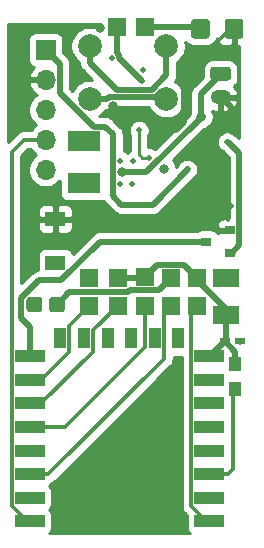
<source format=gbr>
G04 #@! TF.GenerationSoftware,KiCad,Pcbnew,(5.1.9)-1*
G04 #@! TF.CreationDate,2021-03-01T14:16:03+01:00*
G04 #@! TF.ProjectId,button timer v1.2.3_[Coin_Cell&LIPO][TPL5111],62757474-6f6e-4207-9469-6d6572207631,rev?*
G04 #@! TF.SameCoordinates,Original*
G04 #@! TF.FileFunction,Copper,L1,Top*
G04 #@! TF.FilePolarity,Positive*
%FSLAX46Y46*%
G04 Gerber Fmt 4.6, Leading zero omitted, Abs format (unit mm)*
G04 Created by KiCad (PCBNEW (5.1.9)-1) date 2021-03-01 14:16:03*
%MOMM*%
%LPD*%
G01*
G04 APERTURE LIST*
G04 #@! TA.AperFunction,SMDPad,CuDef*
%ADD10R,2.250000X1.650000*%
G04 #@! TD*
G04 #@! TA.AperFunction,SMDPad,CuDef*
%ADD11R,2.500000X1.000000*%
G04 #@! TD*
G04 #@! TA.AperFunction,SMDPad,CuDef*
%ADD12R,1.000000X1.800000*%
G04 #@! TD*
G04 #@! TA.AperFunction,ComponentPad*
%ADD13O,1.750000X1.200000*%
G04 #@! TD*
G04 #@! TA.AperFunction,SMDPad,CuDef*
%ADD14R,2.794000X1.778000*%
G04 #@! TD*
G04 #@! TA.AperFunction,SMDPad,CuDef*
%ADD15R,0.900000X0.620000*%
G04 #@! TD*
G04 #@! TA.AperFunction,SMDPad,CuDef*
%ADD16R,0.900000X0.800000*%
G04 #@! TD*
G04 #@! TA.AperFunction,SMDPad,CuDef*
%ADD17R,1.000000X1.200000*%
G04 #@! TD*
G04 #@! TA.AperFunction,SMDPad,CuDef*
%ADD18R,1.700000X1.300000*%
G04 #@! TD*
G04 #@! TA.AperFunction,ComponentPad*
%ADD19C,2.000000*%
G04 #@! TD*
G04 #@! TA.AperFunction,ComponentPad*
%ADD20O,1.700000X1.700000*%
G04 #@! TD*
G04 #@! TA.AperFunction,ComponentPad*
%ADD21R,1.700000X1.700000*%
G04 #@! TD*
G04 #@! TA.AperFunction,SMDPad,CuDef*
%ADD22R,1.500000X1.500000*%
G04 #@! TD*
G04 #@! TA.AperFunction,ViaPad*
%ADD23C,0.500000*%
G04 #@! TD*
G04 #@! TA.AperFunction,ViaPad*
%ADD24C,0.800000*%
G04 #@! TD*
G04 #@! TA.AperFunction,Conductor*
%ADD25C,0.500000*%
G04 #@! TD*
G04 #@! TA.AperFunction,Conductor*
%ADD26C,0.350000*%
G04 #@! TD*
G04 #@! TA.AperFunction,Conductor*
%ADD27C,0.250000*%
G04 #@! TD*
G04 #@! TA.AperFunction,Conductor*
%ADD28C,0.254000*%
G04 #@! TD*
G04 #@! TA.AperFunction,Conductor*
%ADD29C,0.150000*%
G04 #@! TD*
G04 APERTURE END LIST*
D10*
G04 #@! TO.P,C6,2*
G04 #@! TO.N,/GND*
X134726680Y-73006280D03*
G04 #@! TO.P,C6,1*
G04 #@! TO.N,/VCC*
X134726680Y-76106280D03*
G04 #@! TD*
D11*
G04 #@! TO.P,X1,22*
G04 #@! TO.N,/TX*
X118100000Y-93600000D03*
G04 #@! TO.P,X1,21*
G04 #@! TO.N,/RX*
X118100000Y-91600000D03*
G04 #@! TO.P,X1,20*
G04 #@! TO.N,/GPIO5*
X118100000Y-89600000D03*
G04 #@! TO.P,X1,19*
G04 #@! TO.N,/GPIO4*
X118100000Y-87600000D03*
G04 #@! TO.P,X1,18*
G04 #@! TO.N,/GPIO0*
X118100000Y-85600000D03*
G04 #@! TO.P,X1,17*
G04 #@! TO.N,/GPIO2*
X118100000Y-83600000D03*
G04 #@! TO.P,X1,16*
G04 #@! TO.N,/GPIO15*
X118100000Y-81600000D03*
G04 #@! TO.P,X1,15*
G04 #@! TO.N,/GND_ESP*
X118100000Y-79600000D03*
D12*
G04 #@! TO.P,X1,14*
G04 #@! TO.N,N/C*
X120700000Y-78100000D03*
G04 #@! TO.P,X1,13*
X122700000Y-78100000D03*
G04 #@! TO.P,X1,12*
X124700000Y-78100000D03*
G04 #@! TO.P,X1,11*
X126700000Y-78100000D03*
G04 #@! TO.P,X1,10*
X128700000Y-78100000D03*
G04 #@! TO.P,X1,9*
X130700000Y-78100000D03*
D11*
G04 #@! TO.P,X1,8*
G04 #@! TO.N,/VCC*
X133300000Y-79600000D03*
G04 #@! TO.P,X1,7*
G04 #@! TO.N,N/C*
X133300000Y-81600000D03*
G04 #@! TO.P,X1,6*
X133300000Y-83600000D03*
G04 #@! TO.P,X1,5*
X133300000Y-85600000D03*
G04 #@! TO.P,X1,4*
X133300000Y-87600000D03*
G04 #@! TO.P,X1,3*
G04 #@! TO.N,/EN*
X133300000Y-89600000D03*
G04 #@! TO.P,X1,2*
G04 #@! TO.N,N/C*
X133300000Y-91600000D03*
G04 #@! TO.P,X1,1*
G04 #@! TO.N,/RST*
X133300000Y-93600000D03*
G04 #@! TD*
G04 #@! TO.P,D2,2*
G04 #@! TO.N,Net-(D2-Pad2)*
G04 #@! TA.AperFunction,SMDPad,CuDef*
G36*
G01*
X119756200Y-75634801D02*
X119756200Y-74834799D01*
G75*
G02*
X120006199Y-74584800I249999J0D01*
G01*
X120831201Y-74584800D01*
G75*
G02*
X121081200Y-74834799I0J-249999D01*
G01*
X121081200Y-75634801D01*
G75*
G02*
X120831201Y-75884800I-249999J0D01*
G01*
X120006199Y-75884800D01*
G75*
G02*
X119756200Y-75634801I0J249999D01*
G01*
G37*
G04 #@! TD.AperFunction*
G04 #@! TO.P,D2,1*
G04 #@! TO.N,/GND*
G04 #@! TA.AperFunction,SMDPad,CuDef*
G36*
G01*
X117831200Y-75634801D02*
X117831200Y-74834799D01*
G75*
G02*
X118081199Y-74584800I249999J0D01*
G01*
X118906201Y-74584800D01*
G75*
G02*
X119156200Y-74834799I0J-249999D01*
G01*
X119156200Y-75634801D01*
G75*
G02*
X118906201Y-75884800I-249999J0D01*
G01*
X118081199Y-75884800D01*
G75*
G02*
X117831200Y-75634801I0J249999D01*
G01*
G37*
G04 #@! TD.AperFunction*
G04 #@! TD*
G04 #@! TO.P,D1,2*
G04 #@! TO.N,Net-(D1-Pad2)*
G04 #@! TA.AperFunction,SMDPad,CuDef*
G36*
G01*
X133357400Y-51317200D02*
X133357400Y-52467200D01*
G75*
G02*
X133107400Y-52717200I-250000J0D01*
G01*
X132007400Y-52717200D01*
G75*
G02*
X131757400Y-52467200I0J250000D01*
G01*
X131757400Y-51317200D01*
G75*
G02*
X132007400Y-51067200I250000J0D01*
G01*
X133107400Y-51067200D01*
G75*
G02*
X133357400Y-51317200I0J-250000D01*
G01*
G37*
G04 #@! TD.AperFunction*
G04 #@! TO.P,D1,1*
G04 #@! TO.N,/GND*
G04 #@! TA.AperFunction,SMDPad,CuDef*
G36*
G01*
X136207400Y-51317200D02*
X136207400Y-52467200D01*
G75*
G02*
X135957400Y-52717200I-250000J0D01*
G01*
X134857400Y-52717200D01*
G75*
G02*
X134607400Y-52467200I0J250000D01*
G01*
X134607400Y-51317200D01*
G75*
G02*
X134857400Y-51067200I250000J0D01*
G01*
X135957400Y-51067200D01*
G75*
G02*
X136207400Y-51317200I0J-250000D01*
G01*
G37*
G04 #@! TD.AperFunction*
G04 #@! TD*
D13*
G04 #@! TO.P,BT2,2*
G04 #@! TO.N,/GND*
X134269480Y-57686960D03*
G04 #@! TO.P,BT2,1*
G04 #@! TO.N,Net-(BT1-Pad1)*
G04 #@! TA.AperFunction,ComponentPad*
G36*
G01*
X133644479Y-55086960D02*
X134894481Y-55086960D01*
G75*
G02*
X135144480Y-55336959I0J-249999D01*
G01*
X135144480Y-56036961D01*
G75*
G02*
X134894481Y-56286960I-249999J0D01*
G01*
X133644479Y-56286960D01*
G75*
G02*
X133394480Y-56036961I0J249999D01*
G01*
X133394480Y-55336959D01*
G75*
G02*
X133644479Y-55086960I249999J0D01*
G01*
G37*
G04 #@! TD.AperFunction*
G04 #@! TD*
D14*
G04 #@! TO.P,L1,1*
G04 #@! TO.N,Net-(BT1-Pad1)*
X122670000Y-61414000D03*
G04 #@! TO.P,L1,2*
G04 #@! TO.N,Net-(L1-Pad2)*
X122670000Y-64970000D03*
G04 #@! TD*
D15*
G04 #@! TO.P,C7,2*
G04 #@! TO.N,/GND*
X135925320Y-78359000D03*
G04 #@! TO.P,C7,1*
G04 #@! TO.N,/VCC*
X134625320Y-78359000D03*
G04 #@! TD*
D16*
G04 #@! TO.P,Q1,3*
G04 #@! TO.N,/GND_ESP*
X133048500Y-69913500D03*
G04 #@! TO.P,Q1,2*
G04 #@! TO.N,/GND*
X135048500Y-68963500D03*
G04 #@! TO.P,Q1,1*
G04 #@! TO.N,Net-(Q1-Pad1)*
X135048500Y-70863500D03*
G04 #@! TD*
D17*
G04 #@! TO.P,R1,2*
G04 #@! TO.N,/VCC*
X135509000Y-80264000D03*
G04 #@! TO.P,R1,1*
G04 #@! TO.N,/EN*
X135509000Y-82364000D03*
G04 #@! TD*
D18*
G04 #@! TO.P,SW2,2*
G04 #@! TO.N,/GND*
X120269000Y-68000000D03*
G04 #@! TO.P,SW2,1*
G04 #@! TO.N,/GPIO0*
X120269000Y-71700000D03*
G04 #@! TD*
D19*
G04 #@! TO.P,SW1,1*
G04 #@! TO.N,Net-(BT1-Pad1)*
X129690000Y-53340000D03*
G04 #@! TO.P,SW1,2*
G04 #@! TO.N,Net-(R6-Pad2)*
X129690000Y-57840000D03*
G04 #@! TO.P,SW1,1*
G04 #@! TO.N,Net-(BT1-Pad1)*
X123190000Y-53340000D03*
G04 #@! TO.P,SW1,2*
G04 #@! TO.N,Net-(R6-Pad2)*
X123190000Y-57840000D03*
G04 #@! TD*
D20*
G04 #@! TO.P,J1,5*
G04 #@! TO.N,/RST*
X119456200Y-63830200D03*
G04 #@! TO.P,J1,4*
G04 #@! TO.N,/TX*
X119456200Y-61290200D03*
G04 #@! TO.P,J1,3*
G04 #@! TO.N,/RX*
X119456200Y-58750200D03*
G04 #@! TO.P,J1,2*
G04 #@! TO.N,/GND*
X119456200Y-56210200D03*
D21*
G04 #@! TO.P,J1,1*
G04 #@! TO.N,/VCC*
X119456200Y-53670200D03*
G04 #@! TD*
D22*
G04 #@! TO.P,R9,2*
G04 #@! TO.N,/GPIO5*
X130100000Y-75350000D03*
G04 #@! TO.P,R9,1*
G04 #@! TO.N,Net-(D2-Pad2)*
X130100000Y-72950000D03*
G04 #@! TD*
G04 #@! TO.P,R6,2*
G04 #@! TO.N,Net-(R6-Pad2)*
X125505360Y-51699160D03*
G04 #@! TO.P,R6,1*
G04 #@! TO.N,Net-(D1-Pad2)*
X127905360Y-51699160D03*
G04 #@! TD*
G04 #@! TO.P,R5,2*
G04 #@! TO.N,/GPIO15*
X123150000Y-75375000D03*
G04 #@! TO.P,R5,1*
G04 #@! TO.N,/GND*
X123150000Y-72975000D03*
G04 #@! TD*
G04 #@! TO.P,R4,2*
G04 #@! TO.N,/GPIO0*
X127850000Y-75325000D03*
G04 #@! TO.P,R4,1*
G04 #@! TO.N,/VCC*
X127850000Y-72925000D03*
G04 #@! TD*
G04 #@! TO.P,R3,2*
G04 #@! TO.N,/RST*
X132257800Y-75368000D03*
G04 #@! TO.P,R3,1*
G04 #@! TO.N,/VCC*
X132257800Y-72968000D03*
G04 #@! TD*
G04 #@! TO.P,R2,2*
G04 #@! TO.N,/GPIO2*
X125550000Y-75350000D03*
G04 #@! TO.P,R2,1*
G04 #@! TO.N,/VCC*
X125550000Y-72950000D03*
G04 #@! TD*
D23*
G04 #@! TO.N,/VCC*
X131454360Y-63770640D03*
D24*
X134726680Y-76106280D03*
G04 #@! TO.N,/GND*
X120225000Y-68050000D03*
D23*
X123225000Y-72875000D03*
X118425000Y-75275000D03*
X135075000Y-69000000D03*
X135050000Y-72950000D03*
X134200000Y-72975000D03*
X135900000Y-78450000D03*
X130500000Y-60500000D03*
X135150000Y-66925000D03*
X133900000Y-61450000D03*
X135500000Y-51925000D03*
X125075000Y-54400000D03*
X127700000Y-55400000D03*
D24*
X125200000Y-58400000D03*
D23*
X135125000Y-59225000D03*
D24*
X125780800Y-93419200D03*
D23*
X126759720Y-94456000D03*
X125759720Y-94456000D03*
X124759720Y-94456000D03*
X126759720Y-93456000D03*
X124759720Y-93456000D03*
X126759720Y-92456000D03*
X125759720Y-92456000D03*
X124759720Y-92456000D03*
X130950000Y-56075000D03*
D24*
X124075000Y-51800000D03*
G04 #@! TO.N,/RST*
X133330000Y-93670000D03*
X132200400Y-75425400D03*
G04 #@! TO.N,/RX*
X117875000Y-91550000D03*
D23*
G04 #@! TO.N,/GPIO0*
X120275000Y-71725000D03*
X127850000Y-75325000D03*
D24*
G04 #@! TO.N,Net-(BT1-Pad1)*
X123450000Y-61350000D03*
X121800000Y-61350000D03*
D23*
X125749720Y-65046000D03*
X126749720Y-65046000D03*
X126830000Y-63100000D03*
X125749720Y-63046000D03*
X126749720Y-64046000D03*
D24*
X132650000Y-59350000D03*
X125899729Y-64009200D03*
G04 #@! TO.N,Net-(L1-Pad2)*
X123225000Y-65050000D03*
X121950000Y-65000000D03*
X129484080Y-63770640D03*
G04 #@! TO.N,/GPIO4*
X118150000Y-87550000D03*
D23*
G04 #@! TO.N,Net-(R6-Pad2)*
X127650000Y-56300000D03*
G04 #@! TO.N,/GND_ESP*
X117375000Y-79575000D03*
X118750000Y-79625000D03*
X118100000Y-79600000D03*
G04 #@! TO.N,Net-(Q1-Pad1)*
X128250000Y-62800000D03*
X127375000Y-60500000D03*
X134833400Y-61467400D03*
G04 #@! TD*
D25*
G04 #@! TO.N,/VCC*
X134726680Y-78257640D02*
X134625320Y-78359000D01*
X134726680Y-76106280D02*
X134726680Y-78257640D01*
X133384320Y-79600000D02*
X134625320Y-78359000D01*
X133300000Y-79600000D02*
X133384320Y-79600000D01*
X135509000Y-79242680D02*
X134625320Y-78359000D01*
X135509000Y-80264000D02*
X135509000Y-79242680D01*
X127825000Y-72950000D02*
X127850000Y-72925000D01*
X125550000Y-72950000D02*
X127825000Y-72950000D01*
X131139799Y-71849999D02*
X132257800Y-72968000D01*
X128925001Y-71849999D02*
X131139799Y-71849999D01*
X127850000Y-72925000D02*
X128925001Y-71849999D01*
X120656201Y-57304203D02*
X123526997Y-60174999D01*
X120656201Y-54870201D02*
X120656201Y-57304203D01*
X123526997Y-60174999D02*
X124524999Y-60174999D01*
X119456200Y-53670200D02*
X120656201Y-54870201D01*
X124524999Y-60174999D02*
X125175000Y-60825000D01*
X125149719Y-62757999D02*
X125149719Y-66049719D01*
X125175000Y-62732718D02*
X125149719Y-62757999D01*
X125175000Y-60825000D02*
X125175000Y-62732718D01*
X125149719Y-66049719D02*
X125875000Y-66775000D01*
X125875000Y-66775000D02*
X128525000Y-66775000D01*
X128525000Y-66775000D02*
X131500000Y-63800000D01*
X132257800Y-73117402D02*
X132257800Y-72968000D01*
X134726680Y-75586282D02*
X132257800Y-73117402D01*
X134726680Y-76106280D02*
X134726680Y-76106280D01*
X134726680Y-76106280D02*
X134726680Y-75586282D01*
D26*
G04 #@! TO.N,/GND*
X135500000Y-51925000D02*
X135100000Y-51925000D01*
X135100000Y-51925000D02*
X130950000Y-56075000D01*
X130950000Y-56075000D02*
X130950000Y-56075000D01*
D25*
X133900000Y-60450000D02*
X135125000Y-59225000D01*
X133900000Y-61450000D02*
X133900000Y-60450000D01*
X135125000Y-58542480D02*
X134269480Y-57686960D01*
X135125000Y-59225000D02*
X135125000Y-58542480D01*
X131199999Y-56324999D02*
X130950000Y-56075000D01*
X131199999Y-59800001D02*
X131199999Y-56324999D01*
X130500000Y-60500000D02*
X131199999Y-59800001D01*
D26*
G04 #@! TO.N,/RST*
X133124998Y-93670000D02*
X133330000Y-93670000D01*
X131774999Y-75850801D02*
X131774999Y-92320001D01*
X131774999Y-92320001D02*
X133124998Y-93670000D01*
X132257800Y-75368000D02*
X132200400Y-75425400D01*
X132200400Y-75425400D02*
X131774999Y-75850801D01*
G04 #@! TO.N,/TX*
X116574999Y-92299999D02*
X116574999Y-62324999D01*
X117875000Y-93600000D02*
X116574999Y-92299999D01*
X117609798Y-61290200D02*
X119456200Y-61290200D01*
X116574999Y-62324999D02*
X117609798Y-61290200D01*
X118100000Y-93600000D02*
X117875000Y-93600000D01*
G04 #@! TO.N,/EN*
X134900000Y-89600000D02*
X133300000Y-89600000D01*
X135310990Y-89189010D02*
X134900000Y-89600000D01*
X135310990Y-82562010D02*
X135310990Y-89189010D01*
X135509000Y-82364000D02*
X135310990Y-82562010D01*
G04 #@! TO.N,/GPIO2*
X119095002Y-83600000D02*
X118100000Y-83600000D01*
X123475001Y-79220001D02*
X119095002Y-83600000D01*
X123475001Y-77424999D02*
X123475001Y-79220001D01*
X125550000Y-75350000D02*
X123475001Y-77424999D01*
G04 #@! TO.N,/GPIO0*
X121095002Y-85600000D02*
X118100000Y-85600000D01*
X127850000Y-78845002D02*
X121095002Y-85600000D01*
X127850000Y-75325000D02*
X127850000Y-75325000D01*
X127850000Y-75325000D02*
X127850000Y-78845002D01*
D25*
G04 #@! TO.N,Net-(BT1-Pad1)*
X132575000Y-57381440D02*
X132575000Y-59425000D01*
X132575000Y-59425000D02*
X132650000Y-59350000D01*
X134269480Y-55686960D02*
X132575000Y-57381440D01*
X132650000Y-59350000D02*
X132750000Y-59250000D01*
X128482010Y-57049988D02*
X129690000Y-55841998D01*
X123190000Y-53340000D02*
X123190000Y-54754213D01*
X125485775Y-57049988D02*
X128482010Y-57049988D01*
X123190000Y-54754213D02*
X125485775Y-57049988D01*
X129690000Y-55841998D02*
X129690000Y-53340000D01*
X132575000Y-59425000D02*
X127990800Y-64009200D01*
X127990800Y-64009200D02*
X125899729Y-64009200D01*
D26*
G04 #@! TO.N,/GPIO15*
X119095002Y-81600000D02*
X118100000Y-81600000D01*
X121475001Y-79220001D02*
X119095002Y-81600000D01*
X121475001Y-77049999D02*
X121475001Y-79220001D01*
X123150000Y-75375000D02*
X121475001Y-77049999D01*
D25*
G04 #@! TO.N,Net-(D2-Pad2)*
X121453500Y-74200000D02*
X120418700Y-75234800D01*
X126430002Y-74200000D02*
X121453500Y-74200000D01*
X126605001Y-74025001D02*
X126430002Y-74200000D01*
X129024999Y-74025001D02*
X126605001Y-74025001D01*
X130100000Y-72950000D02*
X129024999Y-74025001D01*
D26*
G04 #@! TO.N,/GPIO5*
X119700000Y-89600000D02*
X118100000Y-89600000D01*
X129475001Y-79824999D02*
X119700000Y-89600000D01*
X129475001Y-75974999D02*
X129475001Y-79824999D01*
X130100000Y-75350000D02*
X129475001Y-75974999D01*
D25*
G04 #@! TO.N,Net-(D1-Pad2)*
X132364360Y-51699160D02*
X132557400Y-51892200D01*
X127905360Y-51699160D02*
X132364360Y-51699160D01*
G04 #@! TO.N,Net-(R6-Pad2)*
X125675001Y-54325001D02*
X127650000Y-56300000D01*
X125675001Y-54111999D02*
X125675001Y-54325001D01*
X125505360Y-53942358D02*
X125675001Y-54111999D01*
X125505360Y-51699160D02*
X125505360Y-53942358D01*
X129499999Y-57649999D02*
X129690000Y-57840000D01*
X124839999Y-57649999D02*
X129499999Y-57649999D01*
X123190000Y-57840000D02*
X124649998Y-57840000D01*
X124649998Y-57840000D02*
X124839999Y-57649999D01*
G04 #@! TO.N,/GND_ESP*
X118100000Y-79600000D02*
X118100000Y-79600000D01*
X124081498Y-69913500D02*
X133048500Y-69913500D01*
X120794998Y-73200000D02*
X124081498Y-69913500D01*
X118867454Y-73200000D02*
X120794998Y-73200000D01*
X117350000Y-74717454D02*
X118867454Y-73200000D01*
X117350000Y-76400000D02*
X117350000Y-74717454D01*
X118100000Y-77150000D02*
X117350000Y-76400000D01*
X118100000Y-79600000D02*
X118100000Y-77150000D01*
D27*
G04 #@! TO.N,Net-(Q1-Pad1)*
X128250000Y-62800000D02*
X127650000Y-62800000D01*
X127650000Y-62800000D02*
X127375000Y-62525000D01*
X127375000Y-62525000D02*
X127375000Y-60500000D01*
X127375000Y-60500000D02*
X127375000Y-60450000D01*
D25*
X135048500Y-70863500D02*
X135211500Y-70863500D01*
X135848501Y-70226499D02*
X135848501Y-62423501D01*
X135211500Y-70863500D02*
X135848501Y-70226499D01*
X135848501Y-62423501D02*
X134925000Y-61500000D01*
G04 #@! TD*
D28*
G04 #@! TO.N,/GND*
X130965000Y-92280203D02*
X130961080Y-92320001D01*
X130976720Y-92478788D01*
X131023037Y-92631474D01*
X131098250Y-92772190D01*
X131122485Y-92801720D01*
X131199472Y-92895529D01*
X131230382Y-92920896D01*
X131411928Y-93102442D01*
X131411928Y-94100000D01*
X131424188Y-94224482D01*
X131460498Y-94344180D01*
X131519463Y-94454494D01*
X131598815Y-94551185D01*
X131680079Y-94617877D01*
X119736237Y-94604487D01*
X119801185Y-94551185D01*
X119880537Y-94454494D01*
X119939502Y-94344180D01*
X119975812Y-94224482D01*
X119988072Y-94100000D01*
X119988072Y-93100000D01*
X119975812Y-92975518D01*
X119939502Y-92855820D01*
X119880537Y-92745506D01*
X119801185Y-92648815D01*
X119741704Y-92600000D01*
X119801185Y-92551185D01*
X119880537Y-92454494D01*
X119939502Y-92344180D01*
X119975812Y-92224482D01*
X119988072Y-92100000D01*
X119988072Y-91100000D01*
X119975812Y-90975518D01*
X119939502Y-90855820D01*
X119880537Y-90745506D01*
X119801185Y-90648815D01*
X119741704Y-90600000D01*
X119801185Y-90551185D01*
X119880537Y-90454494D01*
X119920608Y-90379527D01*
X120011473Y-90351963D01*
X120152189Y-90276749D01*
X120275528Y-90175528D01*
X120300900Y-90144612D01*
X130019613Y-80425899D01*
X130050529Y-80400527D01*
X130126893Y-80307477D01*
X130151750Y-80277189D01*
X130215302Y-80158290D01*
X130226964Y-80136472D01*
X130273281Y-79983787D01*
X130285001Y-79864790D01*
X130285001Y-79864787D01*
X130288920Y-79824999D01*
X130285001Y-79785211D01*
X130285001Y-79638072D01*
X130964999Y-79638072D01*
X130965000Y-92280203D01*
G04 #@! TA.AperFunction,Conductor*
D29*
G36*
X130965000Y-92280203D02*
G01*
X130961080Y-92320001D01*
X130976720Y-92478788D01*
X131023037Y-92631474D01*
X131098250Y-92772190D01*
X131122485Y-92801720D01*
X131199472Y-92895529D01*
X131230382Y-92920896D01*
X131411928Y-93102442D01*
X131411928Y-94100000D01*
X131424188Y-94224482D01*
X131460498Y-94344180D01*
X131519463Y-94454494D01*
X131598815Y-94551185D01*
X131680079Y-94617877D01*
X119736237Y-94604487D01*
X119801185Y-94551185D01*
X119880537Y-94454494D01*
X119939502Y-94344180D01*
X119975812Y-94224482D01*
X119988072Y-94100000D01*
X119988072Y-93100000D01*
X119975812Y-92975518D01*
X119939502Y-92855820D01*
X119880537Y-92745506D01*
X119801185Y-92648815D01*
X119741704Y-92600000D01*
X119801185Y-92551185D01*
X119880537Y-92454494D01*
X119939502Y-92344180D01*
X119975812Y-92224482D01*
X119988072Y-92100000D01*
X119988072Y-91100000D01*
X119975812Y-90975518D01*
X119939502Y-90855820D01*
X119880537Y-90745506D01*
X119801185Y-90648815D01*
X119741704Y-90600000D01*
X119801185Y-90551185D01*
X119880537Y-90454494D01*
X119920608Y-90379527D01*
X120011473Y-90351963D01*
X120152189Y-90276749D01*
X120275528Y-90175528D01*
X120300900Y-90144612D01*
X130019613Y-80425899D01*
X130050529Y-80400527D01*
X130126893Y-80307477D01*
X130151750Y-80277189D01*
X130215302Y-80158290D01*
X130226964Y-80136472D01*
X130273281Y-79983787D01*
X130285001Y-79864790D01*
X130285001Y-79864787D01*
X130288920Y-79824999D01*
X130285001Y-79785211D01*
X130285001Y-79638072D01*
X130964999Y-79638072D01*
X130965000Y-92280203D01*
G37*
G04 #@! TD.AperFunction*
D28*
X135840000Y-78322101D02*
X135778320Y-78260421D01*
X135778320Y-78232000D01*
X135798320Y-78232000D01*
X135798320Y-78212000D01*
X135840000Y-78212000D01*
X135840000Y-78322101D01*
G04 #@! TA.AperFunction,Conductor*
D29*
G36*
X135840000Y-78322101D02*
G01*
X135778320Y-78260421D01*
X135778320Y-78232000D01*
X135798320Y-78232000D01*
X135798320Y-78212000D01*
X135840000Y-78212000D01*
X135840000Y-78322101D01*
G37*
G04 #@! TD.AperFunction*
D28*
X118620700Y-75107800D02*
X118640700Y-75107800D01*
X118640700Y-75361800D01*
X118620700Y-75361800D01*
X118620700Y-75381800D01*
X118366700Y-75381800D01*
X118366700Y-75361800D01*
X118346700Y-75361800D01*
X118346700Y-75107800D01*
X118366700Y-75107800D01*
X118366700Y-75087800D01*
X118620700Y-75087800D01*
X118620700Y-75107800D01*
G04 #@! TA.AperFunction,Conductor*
D29*
G36*
X118620700Y-75107800D02*
G01*
X118640700Y-75107800D01*
X118640700Y-75361800D01*
X118620700Y-75361800D01*
X118620700Y-75381800D01*
X118366700Y-75381800D01*
X118366700Y-75361800D01*
X118346700Y-75361800D01*
X118346700Y-75107800D01*
X118366700Y-75107800D01*
X118366700Y-75087800D01*
X118620700Y-75087800D01*
X118620700Y-75107800D01*
G37*
G04 #@! TD.AperFunction*
D28*
X135534400Y-51765200D02*
X135554400Y-51765200D01*
X135554400Y-52019200D01*
X135534400Y-52019200D01*
X135534400Y-53193450D01*
X135693150Y-53352200D01*
X135840000Y-53353077D01*
X135840000Y-61163422D01*
X135520046Y-60843468D01*
X135419059Y-60760590D01*
X135265313Y-60678412D01*
X135175332Y-60651116D01*
X135091545Y-60616410D01*
X134920565Y-60582400D01*
X134746235Y-60582400D01*
X134575255Y-60616410D01*
X134414195Y-60683123D01*
X134269245Y-60779976D01*
X134145976Y-60903245D01*
X134049123Y-61048195D01*
X133982410Y-61209255D01*
X133948400Y-61380235D01*
X133948400Y-61554565D01*
X133982410Y-61725545D01*
X134049123Y-61886605D01*
X134145976Y-62031555D01*
X134269245Y-62154824D01*
X134414195Y-62251677D01*
X134432809Y-62259387D01*
X134963502Y-62790081D01*
X134963501Y-67928500D01*
X134921498Y-67928500D01*
X134921498Y-68087248D01*
X134762750Y-67928500D01*
X134598500Y-67925428D01*
X134474018Y-67937688D01*
X134354320Y-67973998D01*
X134244006Y-68032963D01*
X134147315Y-68112315D01*
X134067963Y-68209006D01*
X134008998Y-68319320D01*
X133972688Y-68439018D01*
X133960428Y-68563500D01*
X133963500Y-68677750D01*
X134122250Y-68836500D01*
X134921500Y-68836500D01*
X134921500Y-68816500D01*
X134963501Y-68816500D01*
X134963501Y-69110500D01*
X134921500Y-69110500D01*
X134921500Y-69090500D01*
X134122250Y-69090500D01*
X134037643Y-69175107D01*
X134029037Y-69159006D01*
X133949685Y-69062315D01*
X133852994Y-68982963D01*
X133742680Y-68923998D01*
X133622982Y-68887688D01*
X133498500Y-68875428D01*
X132598500Y-68875428D01*
X132474018Y-68887688D01*
X132354320Y-68923998D01*
X132244006Y-68982963D01*
X132188519Y-69028500D01*
X124124967Y-69028500D01*
X124081498Y-69024219D01*
X124038029Y-69028500D01*
X124038021Y-69028500D01*
X123908008Y-69041305D01*
X123741185Y-69091911D01*
X123676941Y-69126250D01*
X123587439Y-69174089D01*
X123486451Y-69256968D01*
X123486449Y-69256970D01*
X123452681Y-69284683D01*
X123424968Y-69318451D01*
X121751365Y-70992054D01*
X121744812Y-70925518D01*
X121708502Y-70805820D01*
X121649537Y-70695506D01*
X121570185Y-70598815D01*
X121473494Y-70519463D01*
X121363180Y-70460498D01*
X121243482Y-70424188D01*
X121119000Y-70411928D01*
X119419000Y-70411928D01*
X119294518Y-70424188D01*
X119174820Y-70460498D01*
X119064506Y-70519463D01*
X118967815Y-70598815D01*
X118888463Y-70695506D01*
X118829498Y-70805820D01*
X118793188Y-70925518D01*
X118780928Y-71050000D01*
X118780928Y-72319240D01*
X118693964Y-72327805D01*
X118527141Y-72378411D01*
X118373395Y-72460589D01*
X118351186Y-72478816D01*
X118272407Y-72543468D01*
X118272405Y-72543470D01*
X118238637Y-72571183D01*
X118210924Y-72604951D01*
X117384999Y-73430877D01*
X117384999Y-68650000D01*
X118780928Y-68650000D01*
X118793188Y-68774482D01*
X118829498Y-68894180D01*
X118888463Y-69004494D01*
X118967815Y-69101185D01*
X119064506Y-69180537D01*
X119174820Y-69239502D01*
X119294518Y-69275812D01*
X119419000Y-69288072D01*
X119983250Y-69285000D01*
X120142000Y-69126250D01*
X120142000Y-68127000D01*
X120396000Y-68127000D01*
X120396000Y-69126250D01*
X120554750Y-69285000D01*
X121119000Y-69288072D01*
X121243482Y-69275812D01*
X121363180Y-69239502D01*
X121473494Y-69180537D01*
X121570185Y-69101185D01*
X121649537Y-69004494D01*
X121708502Y-68894180D01*
X121744812Y-68774482D01*
X121757072Y-68650000D01*
X121754000Y-68285750D01*
X121595250Y-68127000D01*
X120396000Y-68127000D01*
X120142000Y-68127000D01*
X118942750Y-68127000D01*
X118784000Y-68285750D01*
X118780928Y-68650000D01*
X117384999Y-68650000D01*
X117384999Y-67350000D01*
X118780928Y-67350000D01*
X118784000Y-67714250D01*
X118942750Y-67873000D01*
X120142000Y-67873000D01*
X120142000Y-66873750D01*
X120396000Y-66873750D01*
X120396000Y-67873000D01*
X121595250Y-67873000D01*
X121754000Y-67714250D01*
X121757072Y-67350000D01*
X121744812Y-67225518D01*
X121708502Y-67105820D01*
X121649537Y-66995506D01*
X121570185Y-66898815D01*
X121473494Y-66819463D01*
X121363180Y-66760498D01*
X121243482Y-66724188D01*
X121119000Y-66711928D01*
X120554750Y-66715000D01*
X120396000Y-66873750D01*
X120142000Y-66873750D01*
X119983250Y-66715000D01*
X119419000Y-66711928D01*
X119294518Y-66724188D01*
X119174820Y-66760498D01*
X119064506Y-66819463D01*
X118967815Y-66898815D01*
X118888463Y-66995506D01*
X118829498Y-67105820D01*
X118793188Y-67225518D01*
X118780928Y-67350000D01*
X117384999Y-67350000D01*
X117384999Y-62660511D01*
X117945311Y-62100200D01*
X118211430Y-62100200D01*
X118302725Y-62236832D01*
X118509568Y-62443675D01*
X118683960Y-62560200D01*
X118509568Y-62676725D01*
X118302725Y-62883568D01*
X118140210Y-63126789D01*
X118028268Y-63397042D01*
X117971200Y-63683940D01*
X117971200Y-63976460D01*
X118028268Y-64263358D01*
X118140210Y-64533611D01*
X118302725Y-64776832D01*
X118509568Y-64983675D01*
X118752789Y-65146190D01*
X119023042Y-65258132D01*
X119309940Y-65315200D01*
X119602460Y-65315200D01*
X119889358Y-65258132D01*
X120159611Y-65146190D01*
X120402832Y-64983675D01*
X120609675Y-64776832D01*
X120634928Y-64739038D01*
X120634928Y-65859000D01*
X120647188Y-65983482D01*
X120683498Y-66103180D01*
X120742463Y-66213494D01*
X120821815Y-66310185D01*
X120918506Y-66389537D01*
X121028820Y-66448502D01*
X121148518Y-66484812D01*
X121273000Y-66497072D01*
X124067000Y-66497072D01*
X124191482Y-66484812D01*
X124311180Y-66448502D01*
X124348672Y-66428462D01*
X124410309Y-66543778D01*
X124493187Y-66644765D01*
X124493190Y-66644768D01*
X124520903Y-66678536D01*
X124554670Y-66706248D01*
X125218470Y-67370049D01*
X125246183Y-67403817D01*
X125279951Y-67431530D01*
X125279953Y-67431532D01*
X125351452Y-67490210D01*
X125380941Y-67514411D01*
X125534687Y-67596589D01*
X125701510Y-67647195D01*
X125831523Y-67660000D01*
X125831533Y-67660000D01*
X125874999Y-67664281D01*
X125918465Y-67660000D01*
X128481531Y-67660000D01*
X128525000Y-67664281D01*
X128568469Y-67660000D01*
X128568477Y-67660000D01*
X128698490Y-67647195D01*
X128865313Y-67596589D01*
X129019059Y-67514411D01*
X129153817Y-67403817D01*
X129181534Y-67370044D01*
X132156532Y-64395047D01*
X132239410Y-64294060D01*
X132321588Y-64140314D01*
X132372194Y-63973491D01*
X132389281Y-63800001D01*
X132372194Y-63626511D01*
X132321588Y-63459687D01*
X132239410Y-63305942D01*
X132128817Y-63171183D01*
X131994058Y-63060590D01*
X131947046Y-63035462D01*
X131873565Y-62986363D01*
X131712505Y-62919650D01*
X131541525Y-62885640D01*
X131367195Y-62885640D01*
X131196215Y-62919650D01*
X131035155Y-62986363D01*
X130890205Y-63083216D01*
X130766936Y-63206485D01*
X130670083Y-63351435D01*
X130651060Y-63397361D01*
X130495959Y-63552462D01*
X130479306Y-63468742D01*
X130401285Y-63280384D01*
X130288017Y-63110866D01*
X130214365Y-63037214D01*
X132895044Y-60356535D01*
X132951898Y-60345226D01*
X133140256Y-60267205D01*
X133309774Y-60153937D01*
X133453937Y-60009774D01*
X133567205Y-59840256D01*
X133645226Y-59651898D01*
X133685000Y-59451939D01*
X133685000Y-59248061D01*
X133645226Y-59048102D01*
X133567205Y-58859744D01*
X133555888Y-58842807D01*
X133628984Y-58873453D01*
X133867480Y-58921960D01*
X134142480Y-58921960D01*
X134142480Y-57813960D01*
X134396480Y-57813960D01*
X134396480Y-58921960D01*
X134671480Y-58921960D01*
X134909976Y-58873453D01*
X135134426Y-58779350D01*
X135336205Y-58643267D01*
X135507558Y-58470434D01*
X135641901Y-58267493D01*
X135734071Y-58042242D01*
X135737942Y-58004569D01*
X135613211Y-57813960D01*
X134396480Y-57813960D01*
X134142480Y-57813960D01*
X134122480Y-57813960D01*
X134122480Y-57559960D01*
X134142480Y-57559960D01*
X134142480Y-57539960D01*
X134396480Y-57539960D01*
X134396480Y-57559960D01*
X135613211Y-57559960D01*
X135737942Y-57369351D01*
X135734071Y-57331678D01*
X135641901Y-57106427D01*
X135507558Y-56903486D01*
X135383074Y-56777927D01*
X135387867Y-56775365D01*
X135522442Y-56664922D01*
X135632885Y-56530347D01*
X135714952Y-56376811D01*
X135765488Y-56210215D01*
X135782552Y-56036961D01*
X135782552Y-55336959D01*
X135765488Y-55163705D01*
X135714952Y-54997109D01*
X135632885Y-54843573D01*
X135522442Y-54708998D01*
X135387867Y-54598555D01*
X135234331Y-54516488D01*
X135067735Y-54465952D01*
X134894481Y-54448888D01*
X133644479Y-54448888D01*
X133471225Y-54465952D01*
X133304629Y-54516488D01*
X133151093Y-54598555D01*
X133016518Y-54708998D01*
X132906075Y-54843573D01*
X132824008Y-54997109D01*
X132773472Y-55163705D01*
X132756408Y-55336959D01*
X132756408Y-55948454D01*
X131979956Y-56724906D01*
X131946183Y-56752623D01*
X131835589Y-56887382D01*
X131753411Y-57041128D01*
X131726235Y-57130713D01*
X131708469Y-57189281D01*
X131702805Y-57207951D01*
X131690000Y-57337964D01*
X131690000Y-57337971D01*
X131685719Y-57381440D01*
X131690000Y-57424909D01*
X131690001Y-58963058D01*
X131654774Y-59048102D01*
X131643465Y-59104956D01*
X128707267Y-62041155D01*
X128669205Y-62015723D01*
X128508145Y-61949010D01*
X128337165Y-61915000D01*
X128162835Y-61915000D01*
X128135000Y-61920537D01*
X128135000Y-60955538D01*
X128159277Y-60919205D01*
X128225990Y-60758145D01*
X128260000Y-60587165D01*
X128260000Y-60412835D01*
X128225990Y-60241855D01*
X128159277Y-60080795D01*
X128062424Y-59935845D01*
X127939155Y-59812576D01*
X127794205Y-59715723D01*
X127633145Y-59649010D01*
X127462165Y-59615000D01*
X127287835Y-59615000D01*
X127116855Y-59649010D01*
X126955795Y-59715723D01*
X126810845Y-59812576D01*
X126687576Y-59935845D01*
X126590723Y-60080795D01*
X126524010Y-60241855D01*
X126490000Y-60412835D01*
X126490000Y-60587165D01*
X126524010Y-60758145D01*
X126590723Y-60919205D01*
X126615001Y-60955539D01*
X126615000Y-62240428D01*
X126571855Y-62249010D01*
X126410795Y-62315723D01*
X126327007Y-62371708D01*
X126313875Y-62358576D01*
X126168925Y-62261723D01*
X126060000Y-62216605D01*
X126060000Y-60868465D01*
X126064281Y-60824999D01*
X126060000Y-60781533D01*
X126060000Y-60781523D01*
X126047195Y-60651510D01*
X125996589Y-60484687D01*
X125914411Y-60330941D01*
X125886716Y-60297195D01*
X125831532Y-60229953D01*
X125831530Y-60229951D01*
X125803817Y-60196183D01*
X125770050Y-60168471D01*
X125181533Y-59579955D01*
X125153816Y-59546182D01*
X125019058Y-59435588D01*
X124865312Y-59353410D01*
X124698489Y-59302804D01*
X124568476Y-59289999D01*
X124568468Y-59289999D01*
X124524999Y-59285718D01*
X124481530Y-59289999D01*
X123961853Y-59289999D01*
X123964463Y-59288918D01*
X124232252Y-59109987D01*
X124459987Y-58882252D01*
X124565059Y-58725000D01*
X124606529Y-58725000D01*
X124649998Y-58729281D01*
X124693467Y-58725000D01*
X124693475Y-58725000D01*
X124823488Y-58712195D01*
X124990311Y-58661589D01*
X125144057Y-58579411D01*
X125198173Y-58534999D01*
X128208167Y-58534999D01*
X128241082Y-58614463D01*
X128420013Y-58882252D01*
X128647748Y-59109987D01*
X128915537Y-59288918D01*
X129213088Y-59412168D01*
X129528967Y-59475000D01*
X129851033Y-59475000D01*
X130166912Y-59412168D01*
X130464463Y-59288918D01*
X130732252Y-59109987D01*
X130959987Y-58882252D01*
X131138918Y-58614463D01*
X131262168Y-58316912D01*
X131325000Y-58001033D01*
X131325000Y-57678967D01*
X131262168Y-57363088D01*
X131138918Y-57065537D01*
X130959987Y-56797748D01*
X130732252Y-56570013D01*
X130464463Y-56391082D01*
X130404602Y-56366287D01*
X130429411Y-56336057D01*
X130458301Y-56282007D01*
X130511589Y-56182311D01*
X130562195Y-56015488D01*
X130575000Y-55885475D01*
X130575000Y-55885467D01*
X130579281Y-55841998D01*
X130575000Y-55798529D01*
X130575000Y-54715059D01*
X130732252Y-54609987D01*
X130959987Y-54382252D01*
X131138918Y-54114463D01*
X131262168Y-53816912D01*
X131325000Y-53501033D01*
X131325000Y-53178967D01*
X131285582Y-52980797D01*
X131379438Y-53095162D01*
X131514014Y-53205605D01*
X131667550Y-53287672D01*
X131834146Y-53338208D01*
X132007400Y-53355272D01*
X133107400Y-53355272D01*
X133280654Y-53338208D01*
X133447250Y-53287672D01*
X133600786Y-53205605D01*
X133735362Y-53095162D01*
X133845805Y-52960586D01*
X133927872Y-52807050D01*
X133969600Y-52669491D01*
X133969328Y-52717200D01*
X133981588Y-52841682D01*
X134017898Y-52961380D01*
X134076863Y-53071694D01*
X134156215Y-53168385D01*
X134252906Y-53247737D01*
X134363220Y-53306702D01*
X134482918Y-53343012D01*
X134607400Y-53355272D01*
X135121650Y-53352200D01*
X135280400Y-53193450D01*
X135280400Y-52019200D01*
X135260400Y-52019200D01*
X135260400Y-51765200D01*
X135280400Y-51765200D01*
X135280400Y-51745200D01*
X135534400Y-51745200D01*
X135534400Y-51765200D01*
G04 #@! TA.AperFunction,Conductor*
D29*
G36*
X135534400Y-51765200D02*
G01*
X135554400Y-51765200D01*
X135554400Y-52019200D01*
X135534400Y-52019200D01*
X135534400Y-53193450D01*
X135693150Y-53352200D01*
X135840000Y-53353077D01*
X135840000Y-61163422D01*
X135520046Y-60843468D01*
X135419059Y-60760590D01*
X135265313Y-60678412D01*
X135175332Y-60651116D01*
X135091545Y-60616410D01*
X134920565Y-60582400D01*
X134746235Y-60582400D01*
X134575255Y-60616410D01*
X134414195Y-60683123D01*
X134269245Y-60779976D01*
X134145976Y-60903245D01*
X134049123Y-61048195D01*
X133982410Y-61209255D01*
X133948400Y-61380235D01*
X133948400Y-61554565D01*
X133982410Y-61725545D01*
X134049123Y-61886605D01*
X134145976Y-62031555D01*
X134269245Y-62154824D01*
X134414195Y-62251677D01*
X134432809Y-62259387D01*
X134963502Y-62790081D01*
X134963501Y-67928500D01*
X134921498Y-67928500D01*
X134921498Y-68087248D01*
X134762750Y-67928500D01*
X134598500Y-67925428D01*
X134474018Y-67937688D01*
X134354320Y-67973998D01*
X134244006Y-68032963D01*
X134147315Y-68112315D01*
X134067963Y-68209006D01*
X134008998Y-68319320D01*
X133972688Y-68439018D01*
X133960428Y-68563500D01*
X133963500Y-68677750D01*
X134122250Y-68836500D01*
X134921500Y-68836500D01*
X134921500Y-68816500D01*
X134963501Y-68816500D01*
X134963501Y-69110500D01*
X134921500Y-69110500D01*
X134921500Y-69090500D01*
X134122250Y-69090500D01*
X134037643Y-69175107D01*
X134029037Y-69159006D01*
X133949685Y-69062315D01*
X133852994Y-68982963D01*
X133742680Y-68923998D01*
X133622982Y-68887688D01*
X133498500Y-68875428D01*
X132598500Y-68875428D01*
X132474018Y-68887688D01*
X132354320Y-68923998D01*
X132244006Y-68982963D01*
X132188519Y-69028500D01*
X124124967Y-69028500D01*
X124081498Y-69024219D01*
X124038029Y-69028500D01*
X124038021Y-69028500D01*
X123908008Y-69041305D01*
X123741185Y-69091911D01*
X123676941Y-69126250D01*
X123587439Y-69174089D01*
X123486451Y-69256968D01*
X123486449Y-69256970D01*
X123452681Y-69284683D01*
X123424968Y-69318451D01*
X121751365Y-70992054D01*
X121744812Y-70925518D01*
X121708502Y-70805820D01*
X121649537Y-70695506D01*
X121570185Y-70598815D01*
X121473494Y-70519463D01*
X121363180Y-70460498D01*
X121243482Y-70424188D01*
X121119000Y-70411928D01*
X119419000Y-70411928D01*
X119294518Y-70424188D01*
X119174820Y-70460498D01*
X119064506Y-70519463D01*
X118967815Y-70598815D01*
X118888463Y-70695506D01*
X118829498Y-70805820D01*
X118793188Y-70925518D01*
X118780928Y-71050000D01*
X118780928Y-72319240D01*
X118693964Y-72327805D01*
X118527141Y-72378411D01*
X118373395Y-72460589D01*
X118351186Y-72478816D01*
X118272407Y-72543468D01*
X118272405Y-72543470D01*
X118238637Y-72571183D01*
X118210924Y-72604951D01*
X117384999Y-73430877D01*
X117384999Y-68650000D01*
X118780928Y-68650000D01*
X118793188Y-68774482D01*
X118829498Y-68894180D01*
X118888463Y-69004494D01*
X118967815Y-69101185D01*
X119064506Y-69180537D01*
X119174820Y-69239502D01*
X119294518Y-69275812D01*
X119419000Y-69288072D01*
X119983250Y-69285000D01*
X120142000Y-69126250D01*
X120142000Y-68127000D01*
X120396000Y-68127000D01*
X120396000Y-69126250D01*
X120554750Y-69285000D01*
X121119000Y-69288072D01*
X121243482Y-69275812D01*
X121363180Y-69239502D01*
X121473494Y-69180537D01*
X121570185Y-69101185D01*
X121649537Y-69004494D01*
X121708502Y-68894180D01*
X121744812Y-68774482D01*
X121757072Y-68650000D01*
X121754000Y-68285750D01*
X121595250Y-68127000D01*
X120396000Y-68127000D01*
X120142000Y-68127000D01*
X118942750Y-68127000D01*
X118784000Y-68285750D01*
X118780928Y-68650000D01*
X117384999Y-68650000D01*
X117384999Y-67350000D01*
X118780928Y-67350000D01*
X118784000Y-67714250D01*
X118942750Y-67873000D01*
X120142000Y-67873000D01*
X120142000Y-66873750D01*
X120396000Y-66873750D01*
X120396000Y-67873000D01*
X121595250Y-67873000D01*
X121754000Y-67714250D01*
X121757072Y-67350000D01*
X121744812Y-67225518D01*
X121708502Y-67105820D01*
X121649537Y-66995506D01*
X121570185Y-66898815D01*
X121473494Y-66819463D01*
X121363180Y-66760498D01*
X121243482Y-66724188D01*
X121119000Y-66711928D01*
X120554750Y-66715000D01*
X120396000Y-66873750D01*
X120142000Y-66873750D01*
X119983250Y-66715000D01*
X119419000Y-66711928D01*
X119294518Y-66724188D01*
X119174820Y-66760498D01*
X119064506Y-66819463D01*
X118967815Y-66898815D01*
X118888463Y-66995506D01*
X118829498Y-67105820D01*
X118793188Y-67225518D01*
X118780928Y-67350000D01*
X117384999Y-67350000D01*
X117384999Y-62660511D01*
X117945311Y-62100200D01*
X118211430Y-62100200D01*
X118302725Y-62236832D01*
X118509568Y-62443675D01*
X118683960Y-62560200D01*
X118509568Y-62676725D01*
X118302725Y-62883568D01*
X118140210Y-63126789D01*
X118028268Y-63397042D01*
X117971200Y-63683940D01*
X117971200Y-63976460D01*
X118028268Y-64263358D01*
X118140210Y-64533611D01*
X118302725Y-64776832D01*
X118509568Y-64983675D01*
X118752789Y-65146190D01*
X119023042Y-65258132D01*
X119309940Y-65315200D01*
X119602460Y-65315200D01*
X119889358Y-65258132D01*
X120159611Y-65146190D01*
X120402832Y-64983675D01*
X120609675Y-64776832D01*
X120634928Y-64739038D01*
X120634928Y-65859000D01*
X120647188Y-65983482D01*
X120683498Y-66103180D01*
X120742463Y-66213494D01*
X120821815Y-66310185D01*
X120918506Y-66389537D01*
X121028820Y-66448502D01*
X121148518Y-66484812D01*
X121273000Y-66497072D01*
X124067000Y-66497072D01*
X124191482Y-66484812D01*
X124311180Y-66448502D01*
X124348672Y-66428462D01*
X124410309Y-66543778D01*
X124493187Y-66644765D01*
X124493190Y-66644768D01*
X124520903Y-66678536D01*
X124554670Y-66706248D01*
X125218470Y-67370049D01*
X125246183Y-67403817D01*
X125279951Y-67431530D01*
X125279953Y-67431532D01*
X125351452Y-67490210D01*
X125380941Y-67514411D01*
X125534687Y-67596589D01*
X125701510Y-67647195D01*
X125831523Y-67660000D01*
X125831533Y-67660000D01*
X125874999Y-67664281D01*
X125918465Y-67660000D01*
X128481531Y-67660000D01*
X128525000Y-67664281D01*
X128568469Y-67660000D01*
X128568477Y-67660000D01*
X128698490Y-67647195D01*
X128865313Y-67596589D01*
X129019059Y-67514411D01*
X129153817Y-67403817D01*
X129181534Y-67370044D01*
X132156532Y-64395047D01*
X132239410Y-64294060D01*
X132321588Y-64140314D01*
X132372194Y-63973491D01*
X132389281Y-63800001D01*
X132372194Y-63626511D01*
X132321588Y-63459687D01*
X132239410Y-63305942D01*
X132128817Y-63171183D01*
X131994058Y-63060590D01*
X131947046Y-63035462D01*
X131873565Y-62986363D01*
X131712505Y-62919650D01*
X131541525Y-62885640D01*
X131367195Y-62885640D01*
X131196215Y-62919650D01*
X131035155Y-62986363D01*
X130890205Y-63083216D01*
X130766936Y-63206485D01*
X130670083Y-63351435D01*
X130651060Y-63397361D01*
X130495959Y-63552462D01*
X130479306Y-63468742D01*
X130401285Y-63280384D01*
X130288017Y-63110866D01*
X130214365Y-63037214D01*
X132895044Y-60356535D01*
X132951898Y-60345226D01*
X133140256Y-60267205D01*
X133309774Y-60153937D01*
X133453937Y-60009774D01*
X133567205Y-59840256D01*
X133645226Y-59651898D01*
X133685000Y-59451939D01*
X133685000Y-59248061D01*
X133645226Y-59048102D01*
X133567205Y-58859744D01*
X133555888Y-58842807D01*
X133628984Y-58873453D01*
X133867480Y-58921960D01*
X134142480Y-58921960D01*
X134142480Y-57813960D01*
X134396480Y-57813960D01*
X134396480Y-58921960D01*
X134671480Y-58921960D01*
X134909976Y-58873453D01*
X135134426Y-58779350D01*
X135336205Y-58643267D01*
X135507558Y-58470434D01*
X135641901Y-58267493D01*
X135734071Y-58042242D01*
X135737942Y-58004569D01*
X135613211Y-57813960D01*
X134396480Y-57813960D01*
X134142480Y-57813960D01*
X134122480Y-57813960D01*
X134122480Y-57559960D01*
X134142480Y-57559960D01*
X134142480Y-57539960D01*
X134396480Y-57539960D01*
X134396480Y-57559960D01*
X135613211Y-57559960D01*
X135737942Y-57369351D01*
X135734071Y-57331678D01*
X135641901Y-57106427D01*
X135507558Y-56903486D01*
X135383074Y-56777927D01*
X135387867Y-56775365D01*
X135522442Y-56664922D01*
X135632885Y-56530347D01*
X135714952Y-56376811D01*
X135765488Y-56210215D01*
X135782552Y-56036961D01*
X135782552Y-55336959D01*
X135765488Y-55163705D01*
X135714952Y-54997109D01*
X135632885Y-54843573D01*
X135522442Y-54708998D01*
X135387867Y-54598555D01*
X135234331Y-54516488D01*
X135067735Y-54465952D01*
X134894481Y-54448888D01*
X133644479Y-54448888D01*
X133471225Y-54465952D01*
X133304629Y-54516488D01*
X133151093Y-54598555D01*
X133016518Y-54708998D01*
X132906075Y-54843573D01*
X132824008Y-54997109D01*
X132773472Y-55163705D01*
X132756408Y-55336959D01*
X132756408Y-55948454D01*
X131979956Y-56724906D01*
X131946183Y-56752623D01*
X131835589Y-56887382D01*
X131753411Y-57041128D01*
X131726235Y-57130713D01*
X131708469Y-57189281D01*
X131702805Y-57207951D01*
X131690000Y-57337964D01*
X131690000Y-57337971D01*
X131685719Y-57381440D01*
X131690000Y-57424909D01*
X131690001Y-58963058D01*
X131654774Y-59048102D01*
X131643465Y-59104956D01*
X128707267Y-62041155D01*
X128669205Y-62015723D01*
X128508145Y-61949010D01*
X128337165Y-61915000D01*
X128162835Y-61915000D01*
X128135000Y-61920537D01*
X128135000Y-60955538D01*
X128159277Y-60919205D01*
X128225990Y-60758145D01*
X128260000Y-60587165D01*
X128260000Y-60412835D01*
X128225990Y-60241855D01*
X128159277Y-60080795D01*
X128062424Y-59935845D01*
X127939155Y-59812576D01*
X127794205Y-59715723D01*
X127633145Y-59649010D01*
X127462165Y-59615000D01*
X127287835Y-59615000D01*
X127116855Y-59649010D01*
X126955795Y-59715723D01*
X126810845Y-59812576D01*
X126687576Y-59935845D01*
X126590723Y-60080795D01*
X126524010Y-60241855D01*
X126490000Y-60412835D01*
X126490000Y-60587165D01*
X126524010Y-60758145D01*
X126590723Y-60919205D01*
X126615001Y-60955539D01*
X126615000Y-62240428D01*
X126571855Y-62249010D01*
X126410795Y-62315723D01*
X126327007Y-62371708D01*
X126313875Y-62358576D01*
X126168925Y-62261723D01*
X126060000Y-62216605D01*
X126060000Y-60868465D01*
X126064281Y-60824999D01*
X126060000Y-60781533D01*
X126060000Y-60781523D01*
X126047195Y-60651510D01*
X125996589Y-60484687D01*
X125914411Y-60330941D01*
X125886716Y-60297195D01*
X125831532Y-60229953D01*
X125831530Y-60229951D01*
X125803817Y-60196183D01*
X125770050Y-60168471D01*
X125181533Y-59579955D01*
X125153816Y-59546182D01*
X125019058Y-59435588D01*
X124865312Y-59353410D01*
X124698489Y-59302804D01*
X124568476Y-59289999D01*
X124568468Y-59289999D01*
X124524999Y-59285718D01*
X124481530Y-59289999D01*
X123961853Y-59289999D01*
X123964463Y-59288918D01*
X124232252Y-59109987D01*
X124459987Y-58882252D01*
X124565059Y-58725000D01*
X124606529Y-58725000D01*
X124649998Y-58729281D01*
X124693467Y-58725000D01*
X124693475Y-58725000D01*
X124823488Y-58712195D01*
X124990311Y-58661589D01*
X125144057Y-58579411D01*
X125198173Y-58534999D01*
X128208167Y-58534999D01*
X128241082Y-58614463D01*
X128420013Y-58882252D01*
X128647748Y-59109987D01*
X128915537Y-59288918D01*
X129213088Y-59412168D01*
X129528967Y-59475000D01*
X129851033Y-59475000D01*
X130166912Y-59412168D01*
X130464463Y-59288918D01*
X130732252Y-59109987D01*
X130959987Y-58882252D01*
X131138918Y-58614463D01*
X131262168Y-58316912D01*
X131325000Y-58001033D01*
X131325000Y-57678967D01*
X131262168Y-57363088D01*
X131138918Y-57065537D01*
X130959987Y-56797748D01*
X130732252Y-56570013D01*
X130464463Y-56391082D01*
X130404602Y-56366287D01*
X130429411Y-56336057D01*
X130458301Y-56282007D01*
X130511589Y-56182311D01*
X130562195Y-56015488D01*
X130575000Y-55885475D01*
X130575000Y-55885467D01*
X130579281Y-55841998D01*
X130575000Y-55798529D01*
X130575000Y-54715059D01*
X130732252Y-54609987D01*
X130959987Y-54382252D01*
X131138918Y-54114463D01*
X131262168Y-53816912D01*
X131325000Y-53501033D01*
X131325000Y-53178967D01*
X131285582Y-52980797D01*
X131379438Y-53095162D01*
X131514014Y-53205605D01*
X131667550Y-53287672D01*
X131834146Y-53338208D01*
X132007400Y-53355272D01*
X133107400Y-53355272D01*
X133280654Y-53338208D01*
X133447250Y-53287672D01*
X133600786Y-53205605D01*
X133735362Y-53095162D01*
X133845805Y-52960586D01*
X133927872Y-52807050D01*
X133969600Y-52669491D01*
X133969328Y-52717200D01*
X133981588Y-52841682D01*
X134017898Y-52961380D01*
X134076863Y-53071694D01*
X134156215Y-53168385D01*
X134252906Y-53247737D01*
X134363220Y-53306702D01*
X134482918Y-53343012D01*
X134607400Y-53355272D01*
X135121650Y-53352200D01*
X135280400Y-53193450D01*
X135280400Y-52019200D01*
X135260400Y-52019200D01*
X135260400Y-51765200D01*
X135280400Y-51765200D01*
X135280400Y-51745200D01*
X135534400Y-51745200D01*
X135534400Y-51765200D01*
G37*
G04 #@! TD.AperFunction*
D28*
X134853680Y-72879280D02*
X134873680Y-72879280D01*
X134873680Y-73133280D01*
X134853680Y-73133280D01*
X134853680Y-73153280D01*
X134599680Y-73153280D01*
X134599680Y-73133280D01*
X134579680Y-73133280D01*
X134579680Y-72879280D01*
X134599680Y-72879280D01*
X134599680Y-72859280D01*
X134853680Y-72859280D01*
X134853680Y-72879280D01*
G04 #@! TA.AperFunction,Conductor*
D29*
G36*
X134853680Y-72879280D02*
G01*
X134873680Y-72879280D01*
X134873680Y-73133280D01*
X134853680Y-73133280D01*
X134853680Y-73153280D01*
X134599680Y-73153280D01*
X134599680Y-73133280D01*
X134579680Y-73133280D01*
X134579680Y-72879280D01*
X134599680Y-72879280D01*
X134599680Y-72859280D01*
X134853680Y-72859280D01*
X134853680Y-72879280D01*
G37*
G04 #@! TD.AperFunction*
D28*
X123277000Y-72848000D02*
X123297000Y-72848000D01*
X123297000Y-73102000D01*
X123277000Y-73102000D01*
X123277000Y-73122000D01*
X123023000Y-73122000D01*
X123023000Y-73102000D01*
X123003000Y-73102000D01*
X123003000Y-72848000D01*
X123023000Y-72848000D01*
X123023000Y-72828000D01*
X123277000Y-72828000D01*
X123277000Y-72848000D01*
G04 #@! TA.AperFunction,Conductor*
D29*
G36*
X123277000Y-72848000D02*
G01*
X123297000Y-72848000D01*
X123297000Y-73102000D01*
X123277000Y-73102000D01*
X123277000Y-73122000D01*
X123023000Y-73122000D01*
X123023000Y-73102000D01*
X123003000Y-73102000D01*
X123003000Y-72848000D01*
X123023000Y-72848000D01*
X123023000Y-72828000D01*
X123277000Y-72828000D01*
X123277000Y-72848000D01*
G37*
G04 #@! TD.AperFunction*
D28*
X124117288Y-51993196D02*
X123964463Y-51891082D01*
X123666912Y-51767832D01*
X123351033Y-51705000D01*
X123028967Y-51705000D01*
X122713088Y-51767832D01*
X122415537Y-51891082D01*
X122147748Y-52070013D01*
X121920013Y-52297748D01*
X121741082Y-52565537D01*
X121617832Y-52863088D01*
X121555000Y-53178967D01*
X121555000Y-53501033D01*
X121617832Y-53816912D01*
X121741082Y-54114463D01*
X121920013Y-54382252D01*
X122147748Y-54609987D01*
X122304601Y-54714793D01*
X122300719Y-54754213D01*
X122317805Y-54927703D01*
X122368412Y-55094526D01*
X122450590Y-55248272D01*
X122533468Y-55349259D01*
X122533471Y-55349262D01*
X122561184Y-55383030D01*
X122594951Y-55410742D01*
X123398688Y-56214479D01*
X123351033Y-56205000D01*
X123028967Y-56205000D01*
X122713088Y-56267832D01*
X122415537Y-56391082D01*
X122147748Y-56570013D01*
X121920013Y-56797748D01*
X121741082Y-57065537D01*
X121720003Y-57116427D01*
X121541201Y-56937625D01*
X121541201Y-54913670D01*
X121545482Y-54870201D01*
X121541201Y-54826732D01*
X121541201Y-54826724D01*
X121528396Y-54696711D01*
X121493211Y-54580723D01*
X121477790Y-54529887D01*
X121395612Y-54376142D01*
X121312733Y-54275154D01*
X121312731Y-54275152D01*
X121285018Y-54241384D01*
X121251251Y-54213672D01*
X120944272Y-53906693D01*
X120944272Y-52820200D01*
X120932012Y-52695718D01*
X120895702Y-52576020D01*
X120836737Y-52465706D01*
X120757385Y-52369015D01*
X120660694Y-52289663D01*
X120550380Y-52230698D01*
X120430682Y-52194388D01*
X120306200Y-52182128D01*
X118606200Y-52182128D01*
X118481718Y-52194388D01*
X118362020Y-52230698D01*
X118251706Y-52289663D01*
X118155015Y-52369015D01*
X118075663Y-52465706D01*
X118016698Y-52576020D01*
X117980388Y-52695718D01*
X117968128Y-52820200D01*
X117968128Y-54520200D01*
X117980388Y-54644682D01*
X118016698Y-54764380D01*
X118075663Y-54874694D01*
X118155015Y-54971385D01*
X118251706Y-55050737D01*
X118362020Y-55109702D01*
X118442666Y-55134166D01*
X118358612Y-55209931D01*
X118184559Y-55443280D01*
X118059375Y-55706101D01*
X118014724Y-55853310D01*
X118136045Y-56083200D01*
X119329200Y-56083200D01*
X119329200Y-56063200D01*
X119583200Y-56063200D01*
X119583200Y-56083200D01*
X119603200Y-56083200D01*
X119603200Y-56337200D01*
X119583200Y-56337200D01*
X119583200Y-56357200D01*
X119329200Y-56357200D01*
X119329200Y-56337200D01*
X118136045Y-56337200D01*
X118014724Y-56567090D01*
X118059375Y-56714299D01*
X118184559Y-56977120D01*
X118358612Y-57210469D01*
X118574845Y-57405378D01*
X118691734Y-57475005D01*
X118509568Y-57596725D01*
X118302725Y-57803568D01*
X118140210Y-58046789D01*
X118028268Y-58317042D01*
X117971200Y-58603940D01*
X117971200Y-58896460D01*
X118028268Y-59183358D01*
X118140210Y-59453611D01*
X118302725Y-59696832D01*
X118509568Y-59903675D01*
X118683960Y-60020200D01*
X118509568Y-60136725D01*
X118302725Y-60343568D01*
X118211430Y-60480200D01*
X117649586Y-60480200D01*
X117609798Y-60476281D01*
X117570010Y-60480200D01*
X117570007Y-60480200D01*
X117451010Y-60491920D01*
X117298325Y-60538237D01*
X117157609Y-60613451D01*
X117034270Y-60714672D01*
X117008903Y-60745582D01*
X116255000Y-61499486D01*
X116255000Y-51485000D01*
X124117288Y-51485000D01*
X124117288Y-51993196D01*
G04 #@! TA.AperFunction,Conductor*
D29*
G36*
X124117288Y-51993196D02*
G01*
X123964463Y-51891082D01*
X123666912Y-51767832D01*
X123351033Y-51705000D01*
X123028967Y-51705000D01*
X122713088Y-51767832D01*
X122415537Y-51891082D01*
X122147748Y-52070013D01*
X121920013Y-52297748D01*
X121741082Y-52565537D01*
X121617832Y-52863088D01*
X121555000Y-53178967D01*
X121555000Y-53501033D01*
X121617832Y-53816912D01*
X121741082Y-54114463D01*
X121920013Y-54382252D01*
X122147748Y-54609987D01*
X122304601Y-54714793D01*
X122300719Y-54754213D01*
X122317805Y-54927703D01*
X122368412Y-55094526D01*
X122450590Y-55248272D01*
X122533468Y-55349259D01*
X122533471Y-55349262D01*
X122561184Y-55383030D01*
X122594951Y-55410742D01*
X123398688Y-56214479D01*
X123351033Y-56205000D01*
X123028967Y-56205000D01*
X122713088Y-56267832D01*
X122415537Y-56391082D01*
X122147748Y-56570013D01*
X121920013Y-56797748D01*
X121741082Y-57065537D01*
X121720003Y-57116427D01*
X121541201Y-56937625D01*
X121541201Y-54913670D01*
X121545482Y-54870201D01*
X121541201Y-54826732D01*
X121541201Y-54826724D01*
X121528396Y-54696711D01*
X121493211Y-54580723D01*
X121477790Y-54529887D01*
X121395612Y-54376142D01*
X121312733Y-54275154D01*
X121312731Y-54275152D01*
X121285018Y-54241384D01*
X121251251Y-54213672D01*
X120944272Y-53906693D01*
X120944272Y-52820200D01*
X120932012Y-52695718D01*
X120895702Y-52576020D01*
X120836737Y-52465706D01*
X120757385Y-52369015D01*
X120660694Y-52289663D01*
X120550380Y-52230698D01*
X120430682Y-52194388D01*
X120306200Y-52182128D01*
X118606200Y-52182128D01*
X118481718Y-52194388D01*
X118362020Y-52230698D01*
X118251706Y-52289663D01*
X118155015Y-52369015D01*
X118075663Y-52465706D01*
X118016698Y-52576020D01*
X117980388Y-52695718D01*
X117968128Y-52820200D01*
X117968128Y-54520200D01*
X117980388Y-54644682D01*
X118016698Y-54764380D01*
X118075663Y-54874694D01*
X118155015Y-54971385D01*
X118251706Y-55050737D01*
X118362020Y-55109702D01*
X118442666Y-55134166D01*
X118358612Y-55209931D01*
X118184559Y-55443280D01*
X118059375Y-55706101D01*
X118014724Y-55853310D01*
X118136045Y-56083200D01*
X119329200Y-56083200D01*
X119329200Y-56063200D01*
X119583200Y-56063200D01*
X119583200Y-56083200D01*
X119603200Y-56083200D01*
X119603200Y-56337200D01*
X119583200Y-56337200D01*
X119583200Y-56357200D01*
X119329200Y-56357200D01*
X119329200Y-56337200D01*
X118136045Y-56337200D01*
X118014724Y-56567090D01*
X118059375Y-56714299D01*
X118184559Y-56977120D01*
X118358612Y-57210469D01*
X118574845Y-57405378D01*
X118691734Y-57475005D01*
X118509568Y-57596725D01*
X118302725Y-57803568D01*
X118140210Y-58046789D01*
X118028268Y-58317042D01*
X117971200Y-58603940D01*
X117971200Y-58896460D01*
X118028268Y-59183358D01*
X118140210Y-59453611D01*
X118302725Y-59696832D01*
X118509568Y-59903675D01*
X118683960Y-60020200D01*
X118509568Y-60136725D01*
X118302725Y-60343568D01*
X118211430Y-60480200D01*
X117649586Y-60480200D01*
X117609798Y-60476281D01*
X117570010Y-60480200D01*
X117570007Y-60480200D01*
X117451010Y-60491920D01*
X117298325Y-60538237D01*
X117157609Y-60613451D01*
X117034270Y-60714672D01*
X117008903Y-60745582D01*
X116255000Y-61499486D01*
X116255000Y-51485000D01*
X124117288Y-51485000D01*
X124117288Y-51993196D01*
G37*
G04 #@! TD.AperFunction*
G04 #@! TD*
M02*

</source>
